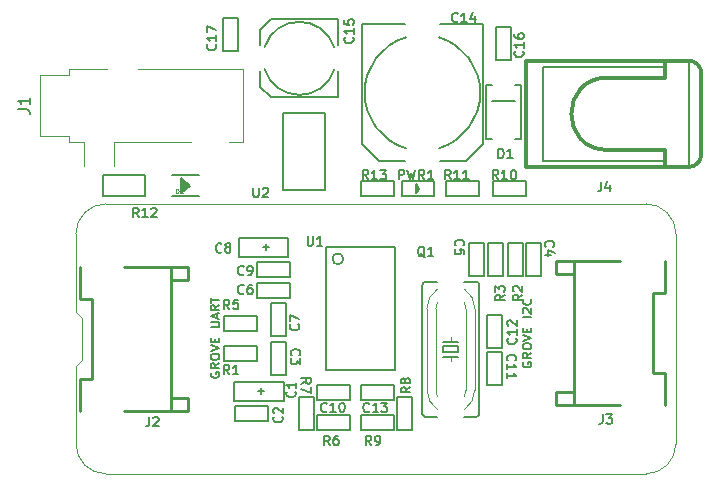
<source format=gto>
G04 #@! TF.GenerationSoftware,KiCad,Pcbnew,(2018-02-15 revision 29b28de31)-makepkg*
G04 #@! TF.CreationDate,2019-09-05T06:32:13+03:00*
G04 #@! TF.ProjectId,ATM90E26_Featherwing,41544D39304532365F46656174686572,rev?*
G04 #@! TF.SameCoordinates,Original*
G04 #@! TF.FileFunction,Legend,Top*
G04 #@! TF.FilePolarity,Positive*
%FSLAX46Y46*%
G04 Gerber Fmt 4.6, Leading zero omitted, Abs format (unit mm)*
G04 Created by KiCad (PCBNEW (2018-02-15 revision 29b28de31)-makepkg) date 09/05/19 06:32:13*
%MOMM*%
%LPD*%
G01*
G04 APERTURE LIST*
%ADD10C,0.160000*%
%ADD11C,0.120000*%
%ADD12C,0.127000*%
%ADD13C,0.152400*%
%ADD14C,0.203200*%
%ADD15C,0.254000*%
%ADD16C,0.050800*%
%ADD17C,0.100000*%
%ADD18C,0.304800*%
%ADD19C,0.150000*%
%ADD20C,0.200000*%
%ADD21C,0.036195*%
G04 APERTURE END LIST*
D10*
X134883524Y-116131552D02*
X134847333Y-116203933D01*
X134847333Y-116312504D01*
X134883524Y-116421076D01*
X134955904Y-116493457D01*
X135028285Y-116529647D01*
X135173047Y-116565838D01*
X135281619Y-116565838D01*
X135426381Y-116529647D01*
X135498762Y-116493457D01*
X135571143Y-116421076D01*
X135607333Y-116312504D01*
X135607333Y-116240123D01*
X135571143Y-116131552D01*
X135534952Y-116095361D01*
X135281619Y-116095361D01*
X135281619Y-116240123D01*
X135607333Y-115335361D02*
X135245428Y-115588695D01*
X135607333Y-115769647D02*
X134847333Y-115769647D01*
X134847333Y-115480123D01*
X134883524Y-115407742D01*
X134919714Y-115371552D01*
X134992095Y-115335361D01*
X135100666Y-115335361D01*
X135173047Y-115371552D01*
X135209238Y-115407742D01*
X135245428Y-115480123D01*
X135245428Y-115769647D01*
X134847333Y-114864885D02*
X134847333Y-114720123D01*
X134883524Y-114647742D01*
X134955904Y-114575361D01*
X135100666Y-114539171D01*
X135354000Y-114539171D01*
X135498762Y-114575361D01*
X135571143Y-114647742D01*
X135607333Y-114720123D01*
X135607333Y-114864885D01*
X135571143Y-114937266D01*
X135498762Y-115009647D01*
X135354000Y-115045838D01*
X135100666Y-115045838D01*
X134955904Y-115009647D01*
X134883524Y-114937266D01*
X134847333Y-114864885D01*
X134847333Y-114322028D02*
X135607333Y-114068695D01*
X134847333Y-113815361D01*
X135209238Y-113562028D02*
X135209238Y-113308695D01*
X135607333Y-113200123D02*
X135607333Y-113562028D01*
X134847333Y-113562028D01*
X134847333Y-113200123D01*
X134847333Y-112295361D02*
X135462571Y-112295361D01*
X135534952Y-112259171D01*
X135571143Y-112222980D01*
X135607333Y-112150600D01*
X135607333Y-112005838D01*
X135571143Y-111933457D01*
X135534952Y-111897266D01*
X135462571Y-111861076D01*
X134847333Y-111861076D01*
X135390190Y-111535361D02*
X135390190Y-111173457D01*
X135607333Y-111607742D02*
X134847333Y-111354409D01*
X135607333Y-111101076D01*
X135607333Y-110413457D02*
X135245428Y-110666790D01*
X135607333Y-110847742D02*
X134847333Y-110847742D01*
X134847333Y-110558219D01*
X134883524Y-110485838D01*
X134919714Y-110449647D01*
X134992095Y-110413457D01*
X135100666Y-110413457D01*
X135173047Y-110449647D01*
X135209238Y-110485838D01*
X135245428Y-110558219D01*
X135245428Y-110847742D01*
X134847333Y-110196314D02*
X134847333Y-109762028D01*
X135607333Y-109979171D02*
X134847333Y-109979171D01*
X161299524Y-115242552D02*
X161263333Y-115314933D01*
X161263333Y-115423504D01*
X161299524Y-115532076D01*
X161371904Y-115604457D01*
X161444285Y-115640647D01*
X161589047Y-115676838D01*
X161697619Y-115676838D01*
X161842381Y-115640647D01*
X161914762Y-115604457D01*
X161987143Y-115532076D01*
X162023333Y-115423504D01*
X162023333Y-115351123D01*
X161987143Y-115242552D01*
X161950952Y-115206361D01*
X161697619Y-115206361D01*
X161697619Y-115351123D01*
X162023333Y-114446361D02*
X161661428Y-114699695D01*
X162023333Y-114880647D02*
X161263333Y-114880647D01*
X161263333Y-114591123D01*
X161299524Y-114518742D01*
X161335714Y-114482552D01*
X161408095Y-114446361D01*
X161516666Y-114446361D01*
X161589047Y-114482552D01*
X161625238Y-114518742D01*
X161661428Y-114591123D01*
X161661428Y-114880647D01*
X161263333Y-113975885D02*
X161263333Y-113831123D01*
X161299524Y-113758742D01*
X161371904Y-113686361D01*
X161516666Y-113650171D01*
X161770000Y-113650171D01*
X161914762Y-113686361D01*
X161987143Y-113758742D01*
X162023333Y-113831123D01*
X162023333Y-113975885D01*
X161987143Y-114048266D01*
X161914762Y-114120647D01*
X161770000Y-114156838D01*
X161516666Y-114156838D01*
X161371904Y-114120647D01*
X161299524Y-114048266D01*
X161263333Y-113975885D01*
X161263333Y-113433028D02*
X162023333Y-113179695D01*
X161263333Y-112926361D01*
X161625238Y-112673028D02*
X161625238Y-112419695D01*
X162023333Y-112311123D02*
X162023333Y-112673028D01*
X161263333Y-112673028D01*
X161263333Y-112311123D01*
X162023333Y-111406361D02*
X161263333Y-111406361D01*
X161335714Y-111080647D02*
X161299524Y-111044457D01*
X161263333Y-110972076D01*
X161263333Y-110791123D01*
X161299524Y-110718742D01*
X161335714Y-110682552D01*
X161408095Y-110646361D01*
X161480476Y-110646361D01*
X161589047Y-110682552D01*
X162023333Y-111116838D01*
X162023333Y-110646361D01*
X161950952Y-109886361D02*
X161987143Y-109922552D01*
X162023333Y-110031123D01*
X162023333Y-110103504D01*
X161987143Y-110212076D01*
X161914762Y-110284457D01*
X161842381Y-110320647D01*
X161697619Y-110356838D01*
X161589047Y-110356838D01*
X161444285Y-110320647D01*
X161371904Y-110284457D01*
X161299524Y-110212076D01*
X161263333Y-110103504D01*
X161263333Y-110031123D01*
X161299524Y-109922552D01*
X161335714Y-109886361D01*
D11*
X124100000Y-96600000D02*
X122900000Y-96600000D01*
X122900000Y-96600000D02*
X122900000Y-96100000D01*
X122900000Y-96100000D02*
X120400000Y-96100000D01*
X120400000Y-96100000D02*
X120400000Y-90900000D01*
X120400000Y-90900000D02*
X122900000Y-90900000D01*
X122900000Y-90900000D02*
X122900000Y-90400000D01*
X122900000Y-90400000D02*
X126100000Y-90400000D01*
X128700000Y-90400000D02*
X137600000Y-90400000D01*
X137600000Y-90400000D02*
X137600000Y-96600000D01*
X137600000Y-96600000D02*
X136400000Y-96600000D01*
X133200000Y-96600000D02*
X126700000Y-96600000D01*
X124100000Y-96600000D02*
X124100000Y-98600000D01*
X126700000Y-96600000D02*
X126700000Y-98600000D01*
D12*
X139962000Y-113005000D02*
X139962000Y-110211000D01*
X139962000Y-110211000D02*
X141232000Y-110211000D01*
X141232000Y-110211000D02*
X141232000Y-113005000D01*
X141232000Y-113005000D02*
X139962000Y-113005000D01*
X131580000Y-99416000D02*
X133866000Y-99416000D01*
X133866000Y-101194000D02*
X131580000Y-101194000D01*
X133104000Y-100305000D02*
X132342000Y-100940000D01*
X132342000Y-100940000D02*
X132342000Y-100813000D01*
X132342000Y-100813000D02*
X132342000Y-100686000D01*
X132342000Y-100686000D02*
X132342000Y-99670000D01*
X132342000Y-99670000D02*
X133104000Y-100305000D01*
X133104000Y-100305000D02*
X132342000Y-100813000D01*
X132342000Y-100813000D02*
X132469000Y-99797000D01*
X132469000Y-99797000D02*
X132977000Y-100305000D01*
X132977000Y-100305000D02*
X132342000Y-100686000D01*
X132342000Y-100686000D02*
X132469000Y-99924000D01*
X132469000Y-99924000D02*
X132850000Y-100305000D01*
X132850000Y-100305000D02*
X132469000Y-100559000D01*
X132469000Y-100559000D02*
X132469000Y-100432000D01*
X132469000Y-100432000D02*
X132469000Y-100051000D01*
X132469000Y-100051000D02*
X132596000Y-100178000D01*
X132596000Y-100178000D02*
X132723000Y-100305000D01*
X132723000Y-100305000D02*
X132469000Y-100432000D01*
X132469000Y-100432000D02*
X132596000Y-100178000D01*
X132596000Y-100178000D02*
X132596000Y-100305000D01*
X159520000Y-117196000D02*
X158250000Y-117196000D01*
X159520000Y-114402000D02*
X159520000Y-117196000D01*
X158250000Y-114402000D02*
X159520000Y-114402000D01*
X158250000Y-117196000D02*
X158250000Y-114402000D01*
X158250000Y-111227000D02*
X159520000Y-111227000D01*
X158250000Y-114021000D02*
X158250000Y-111227000D01*
X159520000Y-114021000D02*
X158250000Y-114021000D01*
X159520000Y-111227000D02*
X159520000Y-114021000D01*
X162822000Y-107925000D02*
X161552000Y-107925000D01*
X162822000Y-105131000D02*
X162822000Y-107925000D01*
X161552000Y-105131000D02*
X162822000Y-105131000D01*
X161552000Y-107925000D02*
X161552000Y-105131000D01*
X157996000Y-107925000D02*
X156726000Y-107925000D01*
X157996000Y-105131000D02*
X157996000Y-107925000D01*
X156726000Y-105131000D02*
X157996000Y-105131000D01*
X156726000Y-107925000D02*
X156726000Y-105131000D01*
X138819000Y-109830000D02*
X138819000Y-108560000D01*
X141613000Y-109830000D02*
X138819000Y-109830000D01*
X141613000Y-108560000D02*
X141613000Y-109830000D01*
X138819000Y-108560000D02*
X141613000Y-108560000D01*
X141613000Y-106782000D02*
X141613000Y-108052000D01*
X138819000Y-106782000D02*
X141613000Y-106782000D01*
X138819000Y-108052000D02*
X138819000Y-106782000D01*
X141613000Y-108052000D02*
X138819000Y-108052000D01*
X136914000Y-120244000D02*
X136914000Y-118974000D01*
X139708000Y-120244000D02*
X136914000Y-120244000D01*
X139708000Y-118974000D02*
X139708000Y-120244000D01*
X136914000Y-118974000D02*
X139708000Y-118974000D01*
X147556000Y-118415000D02*
X147556000Y-117145000D01*
X150350000Y-118415000D02*
X147556000Y-118415000D01*
X150350000Y-117145000D02*
X150350000Y-118415000D01*
X147556000Y-117145000D02*
X150350000Y-117145000D01*
X143899000Y-118415000D02*
X143899000Y-117145000D01*
X146693000Y-118415000D02*
X143899000Y-118415000D01*
X146693000Y-117145000D02*
X146693000Y-118415000D01*
X143899000Y-117145000D02*
X146693000Y-117145000D01*
X159012000Y-86842600D02*
X160282000Y-86842600D01*
X159012000Y-89636600D02*
X159012000Y-86842600D01*
X160282000Y-89636600D02*
X159012000Y-89636600D01*
X160282000Y-86842600D02*
X160282000Y-89636600D01*
X135865000Y-86103000D02*
X137135000Y-86103000D01*
X135865000Y-88897000D02*
X135865000Y-86103000D01*
X137135000Y-88897000D02*
X135865000Y-88897000D01*
X137135000Y-86103000D02*
X137135000Y-88897000D01*
X141232000Y-116307000D02*
X139962000Y-116307000D01*
X141232000Y-113513000D02*
X141232000Y-116307000D01*
X139962000Y-113513000D02*
X141232000Y-113513000D01*
X139962000Y-116307000D02*
X139962000Y-113513000D01*
D13*
X150507000Y-105519000D02*
X150507000Y-115919000D01*
X150507000Y-115919000D02*
X144657000Y-115919000D01*
X144657000Y-115919000D02*
X144657000Y-105519000D01*
X144657000Y-105519000D02*
X150507000Y-105519000D01*
X146091600Y-106494000D02*
G75*
G03X146091600Y-106494000I-459600J0D01*
G01*
D14*
X140954000Y-94106600D02*
X144510000Y-94106600D01*
X144510000Y-94106600D02*
X144510000Y-100660600D01*
X144510000Y-100660600D02*
X140954000Y-100660600D01*
X140954000Y-100660600D02*
X140954000Y-94106600D01*
X158647000Y-96381600D02*
X158197000Y-96381600D01*
X158197000Y-96381600D02*
X158197000Y-91781600D01*
X158197000Y-91781600D02*
X158647000Y-91781600D01*
X160647000Y-91781600D02*
X161097000Y-91781600D01*
X161097000Y-91781600D02*
X161097000Y-96381600D01*
X161097000Y-96381600D02*
X160647000Y-96381600D01*
X158647000Y-93081600D02*
X160647000Y-93081600D01*
D12*
X143645000Y-118212000D02*
X143645000Y-121006000D01*
X143645000Y-121006000D02*
X142375000Y-121006000D01*
X142375000Y-121006000D02*
X142375000Y-118212000D01*
X142375000Y-118212000D02*
X143645000Y-118212000D01*
X146693000Y-119736000D02*
X146693000Y-121006000D01*
X143899000Y-119736000D02*
X146693000Y-119736000D01*
X143899000Y-121006000D02*
X143899000Y-119736000D01*
X146693000Y-121006000D02*
X143899000Y-121006000D01*
X138819000Y-115164000D02*
X136025000Y-115164000D01*
X136025000Y-115164000D02*
X136025000Y-113894000D01*
X136025000Y-113894000D02*
X138819000Y-113894000D01*
X138819000Y-113894000D02*
X138819000Y-115164000D01*
X161298000Y-107925000D02*
X160028000Y-107925000D01*
X161298000Y-105131000D02*
X161298000Y-107925000D01*
X160028000Y-105131000D02*
X161298000Y-105131000D01*
X160028000Y-107925000D02*
X160028000Y-105131000D01*
X158377000Y-107925000D02*
X158377000Y-105131000D01*
X158377000Y-105131000D02*
X159647000Y-105131000D01*
X159647000Y-105131000D02*
X159647000Y-107925000D01*
X159647000Y-107925000D02*
X158377000Y-107925000D01*
X138819000Y-111354000D02*
X138819000Y-112624000D01*
X136025000Y-111354000D02*
X138819000Y-111354000D01*
X136025000Y-112624000D02*
X136025000Y-111354000D01*
X138819000Y-112624000D02*
X136025000Y-112624000D01*
X150630000Y-121006000D02*
X150630000Y-118212000D01*
X150630000Y-118212000D02*
X151900000Y-118212000D01*
X151900000Y-118212000D02*
X151900000Y-121006000D01*
X151900000Y-121006000D02*
X150630000Y-121006000D01*
X147556000Y-121006000D02*
X147556000Y-119736000D01*
X150350000Y-121006000D02*
X147556000Y-121006000D01*
X150350000Y-119736000D02*
X150350000Y-121006000D01*
X147556000Y-119736000D02*
X150350000Y-119736000D01*
X161552000Y-101194000D02*
X158758000Y-101194000D01*
X158758000Y-101194000D02*
X158758000Y-99924000D01*
X158758000Y-99924000D02*
X161552000Y-99924000D01*
X161552000Y-99924000D02*
X161552000Y-101194000D01*
X157615000Y-99924000D02*
X157615000Y-101194000D01*
X154821000Y-99924000D02*
X157615000Y-99924000D01*
X154821000Y-101194000D02*
X154821000Y-99924000D01*
X157615000Y-101194000D02*
X154821000Y-101194000D01*
X147603000Y-99924000D02*
X150397000Y-99924000D01*
X150397000Y-99924000D02*
X150397000Y-101194000D01*
X150397000Y-101194000D02*
X147603000Y-101194000D01*
X147603000Y-101194000D02*
X147603000Y-99924000D01*
X151074500Y-99924000D02*
X153741500Y-99924000D01*
X153741500Y-99924000D02*
X153741500Y-101194000D01*
X153741500Y-101194000D02*
X151074500Y-101194000D01*
X151074500Y-101194000D02*
X151074500Y-99924000D01*
X152281000Y-100178000D02*
X152281000Y-100940000D01*
X152281000Y-100940000D02*
X152408000Y-100749500D01*
X152408000Y-100749500D02*
X152535000Y-100559000D01*
X152535000Y-100559000D02*
X152408000Y-100368500D01*
X152408000Y-100368500D02*
X152281000Y-100178000D01*
X152344500Y-100305000D02*
X152344500Y-100813000D01*
X152408000Y-100368500D02*
X152408000Y-100749500D01*
D15*
X165592000Y-106651000D02*
X165592000Y-107751000D01*
X165592000Y-117751000D02*
X165592000Y-118851000D01*
X173292000Y-106651000D02*
X173292000Y-109351000D01*
X173292000Y-116151000D02*
X173292000Y-118851000D01*
X165592000Y-106651000D02*
X164092000Y-106651000D01*
X164092000Y-106651000D02*
X164092000Y-107751000D01*
X164092000Y-107751000D02*
X165592000Y-107751000D01*
X165592000Y-107751000D02*
X165592000Y-117751000D01*
X165592000Y-117751000D02*
X164092000Y-117751000D01*
X164092000Y-117751000D02*
X164092000Y-118851000D01*
X164092000Y-118851000D02*
X165592000Y-118851000D01*
X165592000Y-106651000D02*
X169557000Y-106651000D01*
X165592000Y-118851000D02*
X169557000Y-118851000D01*
X173292000Y-109351000D02*
X172292000Y-109351000D01*
X172292000Y-109351000D02*
X172292000Y-116151000D01*
X172292000Y-116151000D02*
X173292000Y-116151000D01*
X124777000Y-109859000D02*
X123777000Y-109859000D01*
X124777000Y-116659000D02*
X124777000Y-109859000D01*
X123777000Y-116659000D02*
X124777000Y-116659000D01*
X131477000Y-107159000D02*
X127512000Y-107159000D01*
X131477000Y-119359000D02*
X127512000Y-119359000D01*
X132977000Y-107159000D02*
X131477000Y-107159000D01*
X132977000Y-108259000D02*
X132977000Y-107159000D01*
X131477000Y-108259000D02*
X132977000Y-108259000D01*
X131477000Y-118259000D02*
X131477000Y-108259000D01*
X132977000Y-118259000D02*
X131477000Y-118259000D01*
X132977000Y-119359000D02*
X132977000Y-118259000D01*
X131477000Y-119359000D02*
X132977000Y-119359000D01*
X123777000Y-109859000D02*
X123777000Y-107159000D01*
X123777000Y-119359000D02*
X123777000Y-116659000D01*
X131477000Y-108259000D02*
X131477000Y-107159000D01*
X131477000Y-119359000D02*
X131477000Y-118259000D01*
D16*
X153169899Y-117577000D02*
G75*
G03X154059000Y-119257100I2032101J74D01*
G01*
D13*
X154059000Y-119863000D02*
X153043000Y-119863000D01*
D16*
X154059001Y-109038900D02*
G75*
G03X153170000Y-110719000I1142999J-1680053D01*
G01*
D13*
X154059000Y-108433000D02*
X153043000Y-108433000D01*
D16*
X156472000Y-110719000D02*
X156472000Y-117577000D01*
X157234000Y-110719000D02*
X157234000Y-117577000D01*
X153932000Y-117577000D02*
X153932000Y-110719000D01*
D13*
X157615000Y-108687000D02*
X157615000Y-119609000D01*
X157361000Y-108433000D02*
G75*
G02X157615000Y-108687000I0J-254000D01*
G01*
X157361000Y-108433000D02*
X156345000Y-108433000D01*
D16*
X156345000Y-110165400D02*
G75*
G02X156472000Y-110719000I-1143000J-553581D01*
G01*
X154059000Y-110165400D02*
G75*
G03X153932000Y-110719000I1143000J-553581D01*
G01*
X156344899Y-109039000D02*
G75*
G02X157234000Y-110719000I-1142899J-1680121D01*
G01*
X157234001Y-117577000D02*
G75*
G02X156345000Y-119257100I-2032001J-47D01*
G01*
X156472000Y-117577000D02*
G75*
G02X156345000Y-118130600I-1270000J-19D01*
G01*
X153932000Y-117577000D02*
G75*
G03X154059000Y-118130600I1270000J-19D01*
G01*
D13*
X157361000Y-119863000D02*
X156345000Y-119863000D01*
X157615000Y-119609000D02*
G75*
G02X157361000Y-119863000I-254000J0D01*
G01*
D16*
X153170000Y-117577000D02*
X153170000Y-110719000D01*
D13*
X152789000Y-108687000D02*
X152789000Y-119609000D01*
X153043000Y-108433000D02*
G75*
G03X152789000Y-108687000I0J-254000D01*
G01*
X152789000Y-119609000D02*
G75*
G03X153043000Y-119863000I254000J0D01*
G01*
X154567000Y-114402000D02*
X155837000Y-114402000D01*
X155837000Y-114402000D02*
X155837000Y-113894000D01*
X155837000Y-113894000D02*
X154567000Y-113894000D01*
X154567000Y-113894000D02*
X154567000Y-114402000D01*
X154567000Y-114783000D02*
X155202000Y-114783000D01*
X155202000Y-114783000D02*
X155837000Y-114783000D01*
D16*
X155202000Y-114783000D02*
X155202000Y-115164000D01*
D13*
X154567000Y-113513000D02*
X155202000Y-113513000D01*
X155202000Y-113513000D02*
X155837000Y-113513000D01*
D16*
X155202000Y-113513000D02*
X155202000Y-113132000D01*
D17*
X125992000Y-124689000D02*
X171712000Y-124689000D01*
X174252000Y-122149000D02*
G75*
G02X171712000Y-124689000I-2540000J0D01*
G01*
X174252000Y-122149000D02*
X174252000Y-104369000D01*
X171712000Y-101829000D02*
G75*
G02X174252000Y-104369000I0J-2540000D01*
G01*
X171712000Y-101829000D02*
X125992000Y-101829000D01*
X123452000Y-104369000D02*
G75*
G02X125992000Y-101829000I2540000J0D01*
G01*
X123452000Y-104369000D02*
X123452000Y-110973000D01*
X123452000Y-110973000D02*
X123960000Y-111481000D01*
X123960000Y-111481000D02*
X123960000Y-115037000D01*
X123960000Y-115037000D02*
X123452000Y-115545000D01*
X123452000Y-115545000D02*
X123452000Y-122149000D01*
X125992000Y-124689000D02*
G75*
G02X123452000Y-122149000I0J2540000D01*
G01*
D18*
X175347000Y-98708600D02*
X173337000Y-98708600D01*
X173337000Y-98708600D02*
X161597000Y-98708600D01*
X161597000Y-98708600D02*
X161597000Y-89708600D01*
X161597000Y-89708600D02*
X173337000Y-89708600D01*
X173337000Y-89708600D02*
X175347000Y-89708600D01*
D14*
X173337000Y-98208600D02*
X162997000Y-98208600D01*
X162997000Y-98208600D02*
X162997000Y-90208600D01*
X162997000Y-90208600D02*
X173337000Y-90208600D01*
D18*
X173337000Y-98708600D02*
X173337000Y-97268600D01*
X173337000Y-91148600D02*
X173337000Y-89708600D01*
X173337000Y-97268600D02*
X168457000Y-97268600D01*
X173337000Y-91148600D02*
X168457000Y-91148600D01*
X168457002Y-91148600D02*
G75*
G03X168457000Y-97268600I-1J-3060000D01*
G01*
X176397000Y-97658600D02*
X176397000Y-90758600D01*
X175347000Y-98708600D02*
G75*
G03X176397000Y-97658600I0J1050000D01*
G01*
X175347000Y-89708600D02*
G75*
G02X176397000Y-90758600I0J-1050000D01*
G01*
D14*
X175347000Y-98708600D02*
X175347000Y-89708600D01*
D12*
X141041500Y-118529500D02*
X136850500Y-118529500D01*
X136850500Y-118529500D02*
X136850500Y-116878500D01*
X136850500Y-116878500D02*
X141041500Y-116878500D01*
X141041500Y-116878500D02*
X141041500Y-118529500D01*
X139390500Y-117704000D02*
X138882500Y-117704000D01*
X139136500Y-117450000D02*
X139136500Y-117958000D01*
X139517500Y-105258000D02*
X139517500Y-105766000D01*
X139771500Y-105512000D02*
X139263500Y-105512000D01*
X141422500Y-104686500D02*
X141422500Y-106337500D01*
X137231500Y-104686500D02*
X141422500Y-104686500D01*
X137231500Y-106337500D02*
X137231500Y-104686500D01*
X141422500Y-106337500D02*
X137231500Y-106337500D01*
D14*
X139975000Y-86209600D02*
X145675000Y-86209600D01*
X145675000Y-86209600D02*
X145675000Y-88409600D01*
X145675000Y-90609600D02*
X145675000Y-92809600D01*
X145675000Y-92809600D02*
X139975000Y-92809600D01*
X139075000Y-91909600D02*
X139075000Y-90609600D01*
X139075000Y-88409600D02*
X139075000Y-87109600D01*
X139075000Y-87109600D02*
X139975000Y-86209600D01*
X139975000Y-92809600D02*
X139075000Y-91909600D01*
X139425002Y-88559601D02*
G75*
G02X145325000Y-88609600I2942160J-949999D01*
G01*
X139424998Y-90409601D02*
G75*
G03X145325000Y-90459600I2957840J900001D01*
G01*
X157939000Y-86630600D02*
X157939000Y-96780600D01*
X156489000Y-98230600D02*
X154239000Y-98230600D01*
X151339000Y-98230600D02*
X149089000Y-98230600D01*
X147639000Y-96780600D02*
X147639000Y-86630600D01*
X147639000Y-86630600D02*
X151339000Y-86630600D01*
X154239000Y-86630600D02*
X157939000Y-86630600D01*
X156489000Y-98230600D02*
X157939000Y-96780600D01*
X149089000Y-98230600D02*
X147639000Y-96780600D01*
X151389000Y-97130600D02*
G75*
G02X151389000Y-87730600I1400000J4700000D01*
G01*
X154189000Y-97130600D02*
G75*
G03X154189000Y-87730600I-1400000J4700000D01*
G01*
D12*
X129316000Y-99405000D02*
X129316000Y-101205000D01*
X129316000Y-101205000D02*
X125716000Y-101205000D01*
X125716000Y-101205000D02*
X125716000Y-99405000D01*
X125716000Y-99405000D02*
X129316000Y-99405000D01*
D19*
X118552380Y-93833333D02*
X119266666Y-93833333D01*
X119409523Y-93880952D01*
X119504761Y-93976190D01*
X119552380Y-94119047D01*
X119552380Y-94214285D01*
X119552380Y-92833333D02*
X119552380Y-93404761D01*
X119552380Y-93119047D02*
X118552380Y-93119047D01*
X118695238Y-93214285D01*
X118790476Y-93309523D01*
X118838095Y-93404761D01*
D20*
X142285714Y-112044285D02*
X142323809Y-112082380D01*
X142361904Y-112196666D01*
X142361904Y-112272857D01*
X142323809Y-112387142D01*
X142247619Y-112463333D01*
X142171428Y-112501428D01*
X142019047Y-112539523D01*
X141904761Y-112539523D01*
X141752380Y-112501428D01*
X141676190Y-112463333D01*
X141600000Y-112387142D01*
X141561904Y-112272857D01*
X141561904Y-112196666D01*
X141600000Y-112082380D01*
X141638095Y-112044285D01*
X141561904Y-111777619D02*
X141561904Y-111244285D01*
X142361904Y-111587142D01*
D21*
X131943705Y-100922764D02*
X131943705Y-100560814D01*
X132029883Y-100560814D01*
X132081591Y-100578050D01*
X132116062Y-100612521D01*
X132133298Y-100646992D01*
X132150533Y-100715935D01*
X132150533Y-100767642D01*
X132133298Y-100836585D01*
X132116062Y-100871057D01*
X132081591Y-100905528D01*
X132029883Y-100922764D01*
X131943705Y-100922764D01*
X132288419Y-100595285D02*
X132305655Y-100578050D01*
X132340126Y-100560814D01*
X132426305Y-100560814D01*
X132460776Y-100578050D01*
X132478012Y-100595285D01*
X132495248Y-100629757D01*
X132495248Y-100664228D01*
X132478012Y-100715935D01*
X132271183Y-100922764D01*
X132495248Y-100922764D01*
D20*
X160014285Y-115093809D02*
X159976190Y-115055714D01*
X159938095Y-114941428D01*
X159938095Y-114865238D01*
X159976190Y-114750952D01*
X160052380Y-114674761D01*
X160128571Y-114636666D01*
X160280952Y-114598571D01*
X160395238Y-114598571D01*
X160547619Y-114636666D01*
X160623809Y-114674761D01*
X160700000Y-114750952D01*
X160738095Y-114865238D01*
X160738095Y-114941428D01*
X160700000Y-115055714D01*
X160661904Y-115093809D01*
X159938095Y-115855714D02*
X159938095Y-115398571D01*
X159938095Y-115627142D02*
X160738095Y-115627142D01*
X160623809Y-115550952D01*
X160547619Y-115474761D01*
X160509523Y-115398571D01*
X159938095Y-116617619D02*
X159938095Y-116160476D01*
X159938095Y-116389047D02*
X160738095Y-116389047D01*
X160623809Y-116312857D01*
X160547619Y-116236666D01*
X160509523Y-116160476D01*
X160685714Y-113206190D02*
X160723809Y-113244285D01*
X160761904Y-113358571D01*
X160761904Y-113434761D01*
X160723809Y-113549047D01*
X160647619Y-113625238D01*
X160571428Y-113663333D01*
X160419047Y-113701428D01*
X160304761Y-113701428D01*
X160152380Y-113663333D01*
X160076190Y-113625238D01*
X160000000Y-113549047D01*
X159961904Y-113434761D01*
X159961904Y-113358571D01*
X160000000Y-113244285D01*
X160038095Y-113206190D01*
X160761904Y-112444285D02*
X160761904Y-112901428D01*
X160761904Y-112672857D02*
X159961904Y-112672857D01*
X160076190Y-112749047D01*
X160152380Y-112825238D01*
X160190476Y-112901428D01*
X160038095Y-112139523D02*
X160000000Y-112101428D01*
X159961904Y-112025238D01*
X159961904Y-111834761D01*
X160000000Y-111758571D01*
X160038095Y-111720476D01*
X160114285Y-111682380D01*
X160190476Y-111682380D01*
X160304761Y-111720476D01*
X160761904Y-112177619D01*
X160761904Y-111682380D01*
X163214285Y-105455714D02*
X163176190Y-105417619D01*
X163138095Y-105303333D01*
X163138095Y-105227142D01*
X163176190Y-105112857D01*
X163252380Y-105036666D01*
X163328571Y-104998571D01*
X163480952Y-104960476D01*
X163595238Y-104960476D01*
X163747619Y-104998571D01*
X163823809Y-105036666D01*
X163900000Y-105112857D01*
X163938095Y-105227142D01*
X163938095Y-105303333D01*
X163900000Y-105417619D01*
X163861904Y-105455714D01*
X163671428Y-106141428D02*
X163138095Y-106141428D01*
X163976190Y-105950952D02*
X163404761Y-105760476D01*
X163404761Y-106255714D01*
X155614285Y-105355714D02*
X155576190Y-105317619D01*
X155538095Y-105203333D01*
X155538095Y-105127142D01*
X155576190Y-105012857D01*
X155652380Y-104936666D01*
X155728571Y-104898571D01*
X155880952Y-104860476D01*
X155995238Y-104860476D01*
X156147619Y-104898571D01*
X156223809Y-104936666D01*
X156300000Y-105012857D01*
X156338095Y-105127142D01*
X156338095Y-105203333D01*
X156300000Y-105317619D01*
X156261904Y-105355714D01*
X156338095Y-106079523D02*
X156338095Y-105698571D01*
X155957142Y-105660476D01*
X155995238Y-105698571D01*
X156033333Y-105774761D01*
X156033333Y-105965238D01*
X155995238Y-106041428D01*
X155957142Y-106079523D01*
X155880952Y-106117619D01*
X155690476Y-106117619D01*
X155614285Y-106079523D01*
X155576190Y-106041428D01*
X155538095Y-105965238D01*
X155538095Y-105774761D01*
X155576190Y-105698571D01*
X155614285Y-105660476D01*
X137655714Y-109385714D02*
X137617619Y-109423809D01*
X137503333Y-109461904D01*
X137427142Y-109461904D01*
X137312857Y-109423809D01*
X137236666Y-109347619D01*
X137198571Y-109271428D01*
X137160476Y-109119047D01*
X137160476Y-109004761D01*
X137198571Y-108852380D01*
X137236666Y-108776190D01*
X137312857Y-108700000D01*
X137427142Y-108661904D01*
X137503333Y-108661904D01*
X137617619Y-108700000D01*
X137655714Y-108738095D01*
X138341428Y-108661904D02*
X138189047Y-108661904D01*
X138112857Y-108700000D01*
X138074761Y-108738095D01*
X137998571Y-108852380D01*
X137960476Y-109004761D01*
X137960476Y-109309523D01*
X137998571Y-109385714D01*
X138036666Y-109423809D01*
X138112857Y-109461904D01*
X138265238Y-109461904D01*
X138341428Y-109423809D01*
X138379523Y-109385714D01*
X138417619Y-109309523D01*
X138417619Y-109119047D01*
X138379523Y-109042857D01*
X138341428Y-109004761D01*
X138265238Y-108966666D01*
X138112857Y-108966666D01*
X138036666Y-109004761D01*
X137998571Y-109042857D01*
X137960476Y-109119047D01*
X137655714Y-107785714D02*
X137617619Y-107823809D01*
X137503333Y-107861904D01*
X137427142Y-107861904D01*
X137312857Y-107823809D01*
X137236666Y-107747619D01*
X137198571Y-107671428D01*
X137160476Y-107519047D01*
X137160476Y-107404761D01*
X137198571Y-107252380D01*
X137236666Y-107176190D01*
X137312857Y-107100000D01*
X137427142Y-107061904D01*
X137503333Y-107061904D01*
X137617619Y-107100000D01*
X137655714Y-107138095D01*
X138036666Y-107861904D02*
X138189047Y-107861904D01*
X138265238Y-107823809D01*
X138303333Y-107785714D01*
X138379523Y-107671428D01*
X138417619Y-107519047D01*
X138417619Y-107214285D01*
X138379523Y-107138095D01*
X138341428Y-107100000D01*
X138265238Y-107061904D01*
X138112857Y-107061904D01*
X138036666Y-107100000D01*
X137998571Y-107138095D01*
X137960476Y-107214285D01*
X137960476Y-107404761D01*
X137998571Y-107480952D01*
X138036666Y-107519047D01*
X138112857Y-107557142D01*
X138265238Y-107557142D01*
X138341428Y-107519047D01*
X138379523Y-107480952D01*
X138417619Y-107404761D01*
X140885714Y-119844285D02*
X140923809Y-119882380D01*
X140961904Y-119996666D01*
X140961904Y-120072857D01*
X140923809Y-120187142D01*
X140847619Y-120263333D01*
X140771428Y-120301428D01*
X140619047Y-120339523D01*
X140504761Y-120339523D01*
X140352380Y-120301428D01*
X140276190Y-120263333D01*
X140200000Y-120187142D01*
X140161904Y-120072857D01*
X140161904Y-119996666D01*
X140200000Y-119882380D01*
X140238095Y-119844285D01*
X140238095Y-119539523D02*
X140200000Y-119501428D01*
X140161904Y-119425238D01*
X140161904Y-119234761D01*
X140200000Y-119158571D01*
X140238095Y-119120476D01*
X140314285Y-119082380D01*
X140390476Y-119082380D01*
X140504761Y-119120476D01*
X140961904Y-119577619D01*
X140961904Y-119082380D01*
X148293809Y-119385714D02*
X148255714Y-119423809D01*
X148141428Y-119461904D01*
X148065238Y-119461904D01*
X147950952Y-119423809D01*
X147874761Y-119347619D01*
X147836666Y-119271428D01*
X147798571Y-119119047D01*
X147798571Y-119004761D01*
X147836666Y-118852380D01*
X147874761Y-118776190D01*
X147950952Y-118700000D01*
X148065238Y-118661904D01*
X148141428Y-118661904D01*
X148255714Y-118700000D01*
X148293809Y-118738095D01*
X149055714Y-119461904D02*
X148598571Y-119461904D01*
X148827142Y-119461904D02*
X148827142Y-118661904D01*
X148750952Y-118776190D01*
X148674761Y-118852380D01*
X148598571Y-118890476D01*
X149322380Y-118661904D02*
X149817619Y-118661904D01*
X149550952Y-118966666D01*
X149665238Y-118966666D01*
X149741428Y-119004761D01*
X149779523Y-119042857D01*
X149817619Y-119119047D01*
X149817619Y-119309523D01*
X149779523Y-119385714D01*
X149741428Y-119423809D01*
X149665238Y-119461904D01*
X149436666Y-119461904D01*
X149360476Y-119423809D01*
X149322380Y-119385714D01*
X144693809Y-119385714D02*
X144655714Y-119423809D01*
X144541428Y-119461904D01*
X144465238Y-119461904D01*
X144350952Y-119423809D01*
X144274761Y-119347619D01*
X144236666Y-119271428D01*
X144198571Y-119119047D01*
X144198571Y-119004761D01*
X144236666Y-118852380D01*
X144274761Y-118776190D01*
X144350952Y-118700000D01*
X144465238Y-118661904D01*
X144541428Y-118661904D01*
X144655714Y-118700000D01*
X144693809Y-118738095D01*
X145455714Y-119461904D02*
X144998571Y-119461904D01*
X145227142Y-119461904D02*
X145227142Y-118661904D01*
X145150952Y-118776190D01*
X145074761Y-118852380D01*
X144998571Y-118890476D01*
X145950952Y-118661904D02*
X146027142Y-118661904D01*
X146103333Y-118700000D01*
X146141428Y-118738095D01*
X146179523Y-118814285D01*
X146217619Y-118966666D01*
X146217619Y-119157142D01*
X146179523Y-119309523D01*
X146141428Y-119385714D01*
X146103333Y-119423809D01*
X146027142Y-119461904D01*
X145950952Y-119461904D01*
X145874761Y-119423809D01*
X145836666Y-119385714D01*
X145798571Y-119309523D01*
X145760476Y-119157142D01*
X145760476Y-118966666D01*
X145798571Y-118814285D01*
X145836666Y-118738095D01*
X145874761Y-118700000D01*
X145950952Y-118661904D01*
X161285714Y-88906190D02*
X161323809Y-88944285D01*
X161361904Y-89058571D01*
X161361904Y-89134761D01*
X161323809Y-89249047D01*
X161247619Y-89325238D01*
X161171428Y-89363333D01*
X161019047Y-89401428D01*
X160904761Y-89401428D01*
X160752380Y-89363333D01*
X160676190Y-89325238D01*
X160600000Y-89249047D01*
X160561904Y-89134761D01*
X160561904Y-89058571D01*
X160600000Y-88944285D01*
X160638095Y-88906190D01*
X161361904Y-88144285D02*
X161361904Y-88601428D01*
X161361904Y-88372857D02*
X160561904Y-88372857D01*
X160676190Y-88449047D01*
X160752380Y-88525238D01*
X160790476Y-88601428D01*
X160561904Y-87458571D02*
X160561904Y-87610952D01*
X160600000Y-87687142D01*
X160638095Y-87725238D01*
X160752380Y-87801428D01*
X160904761Y-87839523D01*
X161209523Y-87839523D01*
X161285714Y-87801428D01*
X161323809Y-87763333D01*
X161361904Y-87687142D01*
X161361904Y-87534761D01*
X161323809Y-87458571D01*
X161285714Y-87420476D01*
X161209523Y-87382380D01*
X161019047Y-87382380D01*
X160942857Y-87420476D01*
X160904761Y-87458571D01*
X160866666Y-87534761D01*
X160866666Y-87687142D01*
X160904761Y-87763333D01*
X160942857Y-87801428D01*
X161019047Y-87839523D01*
X135271714Y-88306190D02*
X135309809Y-88344285D01*
X135347904Y-88458571D01*
X135347904Y-88534761D01*
X135309809Y-88649047D01*
X135233619Y-88725238D01*
X135157428Y-88763333D01*
X135005047Y-88801428D01*
X134890761Y-88801428D01*
X134738380Y-88763333D01*
X134662190Y-88725238D01*
X134586000Y-88649047D01*
X134547904Y-88534761D01*
X134547904Y-88458571D01*
X134586000Y-88344285D01*
X134624095Y-88306190D01*
X135347904Y-87544285D02*
X135347904Y-88001428D01*
X135347904Y-87772857D02*
X134547904Y-87772857D01*
X134662190Y-87849047D01*
X134738380Y-87925238D01*
X134776476Y-88001428D01*
X134547904Y-87277619D02*
X134547904Y-86744285D01*
X135347904Y-87087142D01*
X141714285Y-114655714D02*
X141676190Y-114617619D01*
X141638095Y-114503333D01*
X141638095Y-114427142D01*
X141676190Y-114312857D01*
X141752380Y-114236666D01*
X141828571Y-114198571D01*
X141980952Y-114160476D01*
X142095238Y-114160476D01*
X142247619Y-114198571D01*
X142323809Y-114236666D01*
X142400000Y-114312857D01*
X142438095Y-114427142D01*
X142438095Y-114503333D01*
X142400000Y-114617619D01*
X142361904Y-114655714D01*
X142438095Y-114922380D02*
X142438095Y-115417619D01*
X142133333Y-115150952D01*
X142133333Y-115265238D01*
X142095238Y-115341428D01*
X142057142Y-115379523D01*
X141980952Y-115417619D01*
X141790476Y-115417619D01*
X141714285Y-115379523D01*
X141676190Y-115341428D01*
X141638095Y-115265238D01*
X141638095Y-115036666D01*
X141676190Y-114960476D01*
X141714285Y-114922380D01*
X143060476Y-104561904D02*
X143060476Y-105209523D01*
X143098571Y-105285714D01*
X143136666Y-105323809D01*
X143212857Y-105361904D01*
X143365238Y-105361904D01*
X143441428Y-105323809D01*
X143479523Y-105285714D01*
X143517619Y-105209523D01*
X143517619Y-104561904D01*
X144317619Y-105361904D02*
X143860476Y-105361904D01*
X144089047Y-105361904D02*
X144089047Y-104561904D01*
X144012857Y-104676190D01*
X143936666Y-104752380D01*
X143860476Y-104790476D01*
X138460476Y-100461904D02*
X138460476Y-101109523D01*
X138498571Y-101185714D01*
X138536666Y-101223809D01*
X138612857Y-101261904D01*
X138765238Y-101261904D01*
X138841428Y-101223809D01*
X138879523Y-101185714D01*
X138917619Y-101109523D01*
X138917619Y-100461904D01*
X139260476Y-100538095D02*
X139298571Y-100500000D01*
X139374761Y-100461904D01*
X139565238Y-100461904D01*
X139641428Y-100500000D01*
X139679523Y-100538095D01*
X139717619Y-100614285D01*
X139717619Y-100690476D01*
X139679523Y-100804761D01*
X139222380Y-101261904D01*
X139717619Y-101261904D01*
X159198571Y-97961904D02*
X159198571Y-97161904D01*
X159389047Y-97161904D01*
X159503333Y-97200000D01*
X159579523Y-97276190D01*
X159617619Y-97352380D01*
X159655714Y-97504761D01*
X159655714Y-97619047D01*
X159617619Y-97771428D01*
X159579523Y-97847619D01*
X159503333Y-97923809D01*
X159389047Y-97961904D01*
X159198571Y-97961904D01*
X160417619Y-97961904D02*
X159960476Y-97961904D01*
X160189047Y-97961904D02*
X160189047Y-97161904D01*
X160112857Y-97276190D01*
X160036666Y-97352380D01*
X159960476Y-97390476D01*
X142538095Y-117055714D02*
X142919047Y-116789047D01*
X142538095Y-116598571D02*
X143338095Y-116598571D01*
X143338095Y-116903333D01*
X143300000Y-116979523D01*
X143261904Y-117017619D01*
X143185714Y-117055714D01*
X143071428Y-117055714D01*
X142995238Y-117017619D01*
X142957142Y-116979523D01*
X142919047Y-116903333D01*
X142919047Y-116598571D01*
X143338095Y-117322380D02*
X143338095Y-117855714D01*
X142538095Y-117512857D01*
X144955714Y-122261904D02*
X144689047Y-121880952D01*
X144498571Y-122261904D02*
X144498571Y-121461904D01*
X144803333Y-121461904D01*
X144879523Y-121500000D01*
X144917619Y-121538095D01*
X144955714Y-121614285D01*
X144955714Y-121728571D01*
X144917619Y-121804761D01*
X144879523Y-121842857D01*
X144803333Y-121880952D01*
X144498571Y-121880952D01*
X145641428Y-121461904D02*
X145489047Y-121461904D01*
X145412857Y-121500000D01*
X145374761Y-121538095D01*
X145298571Y-121652380D01*
X145260476Y-121804761D01*
X145260476Y-122109523D01*
X145298571Y-122185714D01*
X145336666Y-122223809D01*
X145412857Y-122261904D01*
X145565238Y-122261904D01*
X145641428Y-122223809D01*
X145679523Y-122185714D01*
X145717619Y-122109523D01*
X145717619Y-121919047D01*
X145679523Y-121842857D01*
X145641428Y-121804761D01*
X145565238Y-121766666D01*
X145412857Y-121766666D01*
X145336666Y-121804761D01*
X145298571Y-121842857D01*
X145260476Y-121919047D01*
X136455714Y-116261904D02*
X136189047Y-115880952D01*
X135998571Y-116261904D02*
X135998571Y-115461904D01*
X136303333Y-115461904D01*
X136379523Y-115500000D01*
X136417619Y-115538095D01*
X136455714Y-115614285D01*
X136455714Y-115728571D01*
X136417619Y-115804761D01*
X136379523Y-115842857D01*
X136303333Y-115880952D01*
X135998571Y-115880952D01*
X137217619Y-116261904D02*
X136760476Y-116261904D01*
X136989047Y-116261904D02*
X136989047Y-115461904D01*
X136912857Y-115576190D01*
X136836666Y-115652380D01*
X136760476Y-115690476D01*
X161261904Y-109544285D02*
X160880952Y-109810952D01*
X161261904Y-110001428D02*
X160461904Y-110001428D01*
X160461904Y-109696666D01*
X160500000Y-109620476D01*
X160538095Y-109582380D01*
X160614285Y-109544285D01*
X160728571Y-109544285D01*
X160804761Y-109582380D01*
X160842857Y-109620476D01*
X160880952Y-109696666D01*
X160880952Y-110001428D01*
X160538095Y-109239523D02*
X160500000Y-109201428D01*
X160461904Y-109125238D01*
X160461904Y-108934761D01*
X160500000Y-108858571D01*
X160538095Y-108820476D01*
X160614285Y-108782380D01*
X160690476Y-108782380D01*
X160804761Y-108820476D01*
X161261904Y-109277619D01*
X161261904Y-108782380D01*
X159761904Y-109544285D02*
X159380952Y-109810952D01*
X159761904Y-110001428D02*
X158961904Y-110001428D01*
X158961904Y-109696666D01*
X159000000Y-109620476D01*
X159038095Y-109582380D01*
X159114285Y-109544285D01*
X159228571Y-109544285D01*
X159304761Y-109582380D01*
X159342857Y-109620476D01*
X159380952Y-109696666D01*
X159380952Y-110001428D01*
X158961904Y-109277619D02*
X158961904Y-108782380D01*
X159266666Y-109049047D01*
X159266666Y-108934761D01*
X159304761Y-108858571D01*
X159342857Y-108820476D01*
X159419047Y-108782380D01*
X159609523Y-108782380D01*
X159685714Y-108820476D01*
X159723809Y-108858571D01*
X159761904Y-108934761D01*
X159761904Y-109163333D01*
X159723809Y-109239523D01*
X159685714Y-109277619D01*
X136455714Y-110761904D02*
X136189047Y-110380952D01*
X135998571Y-110761904D02*
X135998571Y-109961904D01*
X136303333Y-109961904D01*
X136379523Y-110000000D01*
X136417619Y-110038095D01*
X136455714Y-110114285D01*
X136455714Y-110228571D01*
X136417619Y-110304761D01*
X136379523Y-110342857D01*
X136303333Y-110380952D01*
X135998571Y-110380952D01*
X137179523Y-109961904D02*
X136798571Y-109961904D01*
X136760476Y-110342857D01*
X136798571Y-110304761D01*
X136874761Y-110266666D01*
X137065238Y-110266666D01*
X137141428Y-110304761D01*
X137179523Y-110342857D01*
X137217619Y-110419047D01*
X137217619Y-110609523D01*
X137179523Y-110685714D01*
X137141428Y-110723809D01*
X137065238Y-110761904D01*
X136874761Y-110761904D01*
X136798571Y-110723809D01*
X136760476Y-110685714D01*
X151761904Y-117344285D02*
X151380952Y-117610952D01*
X151761904Y-117801428D02*
X150961904Y-117801428D01*
X150961904Y-117496666D01*
X151000000Y-117420476D01*
X151038095Y-117382380D01*
X151114285Y-117344285D01*
X151228571Y-117344285D01*
X151304761Y-117382380D01*
X151342857Y-117420476D01*
X151380952Y-117496666D01*
X151380952Y-117801428D01*
X151304761Y-116887142D02*
X151266666Y-116963333D01*
X151228571Y-117001428D01*
X151152380Y-117039523D01*
X151114285Y-117039523D01*
X151038095Y-117001428D01*
X151000000Y-116963333D01*
X150961904Y-116887142D01*
X150961904Y-116734761D01*
X151000000Y-116658571D01*
X151038095Y-116620476D01*
X151114285Y-116582380D01*
X151152380Y-116582380D01*
X151228571Y-116620476D01*
X151266666Y-116658571D01*
X151304761Y-116734761D01*
X151304761Y-116887142D01*
X151342857Y-116963333D01*
X151380952Y-117001428D01*
X151457142Y-117039523D01*
X151609523Y-117039523D01*
X151685714Y-117001428D01*
X151723809Y-116963333D01*
X151761904Y-116887142D01*
X151761904Y-116734761D01*
X151723809Y-116658571D01*
X151685714Y-116620476D01*
X151609523Y-116582380D01*
X151457142Y-116582380D01*
X151380952Y-116620476D01*
X151342857Y-116658571D01*
X151304761Y-116734761D01*
X148455714Y-122261904D02*
X148189047Y-121880952D01*
X147998571Y-122261904D02*
X147998571Y-121461904D01*
X148303333Y-121461904D01*
X148379523Y-121500000D01*
X148417619Y-121538095D01*
X148455714Y-121614285D01*
X148455714Y-121728571D01*
X148417619Y-121804761D01*
X148379523Y-121842857D01*
X148303333Y-121880952D01*
X147998571Y-121880952D01*
X148836666Y-122261904D02*
X148989047Y-122261904D01*
X149065238Y-122223809D01*
X149103333Y-122185714D01*
X149179523Y-122071428D01*
X149217619Y-121919047D01*
X149217619Y-121614285D01*
X149179523Y-121538095D01*
X149141428Y-121500000D01*
X149065238Y-121461904D01*
X148912857Y-121461904D01*
X148836666Y-121500000D01*
X148798571Y-121538095D01*
X148760476Y-121614285D01*
X148760476Y-121804761D01*
X148798571Y-121880952D01*
X148836666Y-121919047D01*
X148912857Y-121957142D01*
X149065238Y-121957142D01*
X149141428Y-121919047D01*
X149179523Y-121880952D01*
X149217619Y-121804761D01*
X159194285Y-99762304D02*
X158927618Y-99381352D01*
X158737142Y-99762304D02*
X158737142Y-98962304D01*
X159041904Y-98962304D01*
X159118095Y-99000400D01*
X159156190Y-99038495D01*
X159194285Y-99114685D01*
X159194285Y-99228971D01*
X159156190Y-99305161D01*
X159118095Y-99343257D01*
X159041904Y-99381352D01*
X158737142Y-99381352D01*
X159956190Y-99762304D02*
X159499047Y-99762304D01*
X159727618Y-99762304D02*
X159727618Y-98962304D01*
X159651428Y-99076590D01*
X159575237Y-99152780D01*
X159499047Y-99190876D01*
X160451428Y-98962304D02*
X160527618Y-98962304D01*
X160603809Y-99000400D01*
X160641904Y-99038495D01*
X160679999Y-99114685D01*
X160718095Y-99267066D01*
X160718095Y-99457542D01*
X160679999Y-99609923D01*
X160641904Y-99686114D01*
X160603809Y-99724209D01*
X160527618Y-99762304D01*
X160451428Y-99762304D01*
X160375237Y-99724209D01*
X160337142Y-99686114D01*
X160299047Y-99609923D01*
X160260952Y-99457542D01*
X160260952Y-99267066D01*
X160299047Y-99114685D01*
X160337142Y-99038495D01*
X160375237Y-99000400D01*
X160451428Y-98962304D01*
X155194285Y-99762304D02*
X154927618Y-99381352D01*
X154737142Y-99762304D02*
X154737142Y-98962304D01*
X155041904Y-98962304D01*
X155118095Y-99000400D01*
X155156190Y-99038495D01*
X155194285Y-99114685D01*
X155194285Y-99228971D01*
X155156190Y-99305161D01*
X155118095Y-99343257D01*
X155041904Y-99381352D01*
X154737142Y-99381352D01*
X155956190Y-99762304D02*
X155499047Y-99762304D01*
X155727618Y-99762304D02*
X155727618Y-98962304D01*
X155651428Y-99076590D01*
X155575237Y-99152780D01*
X155499047Y-99190876D01*
X156718095Y-99762304D02*
X156260952Y-99762304D01*
X156489523Y-99762304D02*
X156489523Y-98962304D01*
X156413333Y-99076590D01*
X156337142Y-99152780D01*
X156260952Y-99190876D01*
X148193809Y-99761904D02*
X147927142Y-99380952D01*
X147736666Y-99761904D02*
X147736666Y-98961904D01*
X148041428Y-98961904D01*
X148117619Y-99000000D01*
X148155714Y-99038095D01*
X148193809Y-99114285D01*
X148193809Y-99228571D01*
X148155714Y-99304761D01*
X148117619Y-99342857D01*
X148041428Y-99380952D01*
X147736666Y-99380952D01*
X148955714Y-99761904D02*
X148498571Y-99761904D01*
X148727142Y-99761904D02*
X148727142Y-98961904D01*
X148650952Y-99076190D01*
X148574761Y-99152380D01*
X148498571Y-99190476D01*
X149222380Y-98961904D02*
X149717619Y-98961904D01*
X149450952Y-99266666D01*
X149565238Y-99266666D01*
X149641428Y-99304761D01*
X149679523Y-99342857D01*
X149717619Y-99419047D01*
X149717619Y-99609523D01*
X149679523Y-99685714D01*
X149641428Y-99723809D01*
X149565238Y-99761904D01*
X149336666Y-99761904D01*
X149260476Y-99723809D01*
X149222380Y-99685714D01*
X150784761Y-99762304D02*
X150784761Y-98962304D01*
X151089523Y-98962304D01*
X151165714Y-99000400D01*
X151203809Y-99038495D01*
X151241904Y-99114685D01*
X151241904Y-99228971D01*
X151203809Y-99305161D01*
X151165714Y-99343257D01*
X151089523Y-99381352D01*
X150784761Y-99381352D01*
X151508571Y-98962304D02*
X151699047Y-99762304D01*
X151851428Y-99190876D01*
X152003809Y-99762304D01*
X152194285Y-98962304D01*
X152956190Y-99762304D02*
X152689523Y-99381352D01*
X152499047Y-99762304D02*
X152499047Y-98962304D01*
X152803809Y-98962304D01*
X152879999Y-99000400D01*
X152918095Y-99038495D01*
X152956190Y-99114685D01*
X152956190Y-99228971D01*
X152918095Y-99305161D01*
X152879999Y-99343257D01*
X152803809Y-99381352D01*
X152499047Y-99381352D01*
X153718095Y-99762304D02*
X153260952Y-99762304D01*
X153489523Y-99762304D02*
X153489523Y-98962304D01*
X153413333Y-99076590D01*
X153337142Y-99152780D01*
X153260952Y-99190876D01*
X168049047Y-119661904D02*
X168049047Y-120233333D01*
X168010952Y-120347619D01*
X167934761Y-120423809D01*
X167820476Y-120461904D01*
X167744285Y-120461904D01*
X168353809Y-119661904D02*
X168849047Y-119661904D01*
X168582380Y-119966666D01*
X168696666Y-119966666D01*
X168772857Y-120004761D01*
X168810952Y-120042857D01*
X168849047Y-120119047D01*
X168849047Y-120309523D01*
X168810952Y-120385714D01*
X168772857Y-120423809D01*
X168696666Y-120461904D01*
X168468095Y-120461904D01*
X168391904Y-120423809D01*
X168353809Y-120385714D01*
X129649047Y-119861904D02*
X129649047Y-120433333D01*
X129610952Y-120547619D01*
X129534761Y-120623809D01*
X129420476Y-120661904D01*
X129344285Y-120661904D01*
X129991904Y-119938095D02*
X130030000Y-119900000D01*
X130106190Y-119861904D01*
X130296666Y-119861904D01*
X130372857Y-119900000D01*
X130410952Y-119938095D01*
X130449047Y-120014285D01*
X130449047Y-120090476D01*
X130410952Y-120204761D01*
X129953809Y-120661904D01*
X130449047Y-120661904D01*
X152993809Y-106338095D02*
X152917619Y-106300000D01*
X152841428Y-106223809D01*
X152727142Y-106109523D01*
X152650952Y-106071428D01*
X152574761Y-106071428D01*
X152612857Y-106261904D02*
X152536666Y-106223809D01*
X152460476Y-106147619D01*
X152422380Y-105995238D01*
X152422380Y-105728571D01*
X152460476Y-105576190D01*
X152536666Y-105500000D01*
X152612857Y-105461904D01*
X152765238Y-105461904D01*
X152841428Y-105500000D01*
X152917619Y-105576190D01*
X152955714Y-105728571D01*
X152955714Y-105995238D01*
X152917619Y-106147619D01*
X152841428Y-106223809D01*
X152765238Y-106261904D01*
X152612857Y-106261904D01*
X153717619Y-106261904D02*
X153260476Y-106261904D01*
X153489047Y-106261904D02*
X153489047Y-105461904D01*
X153412857Y-105576190D01*
X153336666Y-105652380D01*
X153260476Y-105690476D01*
X167918095Y-99961904D02*
X167918095Y-100533333D01*
X167879999Y-100647619D01*
X167803809Y-100723809D01*
X167689523Y-100761904D01*
X167613333Y-100761904D01*
X168641904Y-100228571D02*
X168641904Y-100761904D01*
X168451428Y-99923809D02*
X168260952Y-100495238D01*
X168756190Y-100495238D01*
X141985714Y-117722380D02*
X142023809Y-117760476D01*
X142061904Y-117874761D01*
X142061904Y-117950952D01*
X142023809Y-118065238D01*
X141947619Y-118141428D01*
X141871428Y-118179523D01*
X141719047Y-118217619D01*
X141604761Y-118217619D01*
X141452380Y-118179523D01*
X141376190Y-118141428D01*
X141300000Y-118065238D01*
X141261904Y-117950952D01*
X141261904Y-117874761D01*
X141300000Y-117760476D01*
X141338095Y-117722380D01*
X142061904Y-116960476D02*
X142061904Y-117417619D01*
X142061904Y-117189047D02*
X141261904Y-117189047D01*
X141376190Y-117265238D01*
X141452380Y-117341428D01*
X141490476Y-117417619D01*
X135777619Y-105885714D02*
X135739523Y-105923809D01*
X135625238Y-105961904D01*
X135549047Y-105961904D01*
X135434761Y-105923809D01*
X135358571Y-105847619D01*
X135320476Y-105771428D01*
X135282380Y-105619047D01*
X135282380Y-105504761D01*
X135320476Y-105352380D01*
X135358571Y-105276190D01*
X135434761Y-105200000D01*
X135549047Y-105161904D01*
X135625238Y-105161904D01*
X135739523Y-105200000D01*
X135777619Y-105238095D01*
X136234761Y-105504761D02*
X136158571Y-105466666D01*
X136120476Y-105428571D01*
X136082380Y-105352380D01*
X136082380Y-105314285D01*
X136120476Y-105238095D01*
X136158571Y-105200000D01*
X136234761Y-105161904D01*
X136387142Y-105161904D01*
X136463333Y-105200000D01*
X136501428Y-105238095D01*
X136539523Y-105314285D01*
X136539523Y-105352380D01*
X136501428Y-105428571D01*
X136463333Y-105466666D01*
X136387142Y-105504761D01*
X136234761Y-105504761D01*
X136158571Y-105542857D01*
X136120476Y-105580952D01*
X136082380Y-105657142D01*
X136082380Y-105809523D01*
X136120476Y-105885714D01*
X136158571Y-105923809D01*
X136234761Y-105961904D01*
X136387142Y-105961904D01*
X136463333Y-105923809D01*
X136501428Y-105885714D01*
X136539523Y-105809523D01*
X136539523Y-105657142D01*
X136501428Y-105580952D01*
X136463333Y-105542857D01*
X136387142Y-105504761D01*
X146885714Y-87722380D02*
X146923809Y-87760476D01*
X146961904Y-87874761D01*
X146961904Y-87950952D01*
X146923809Y-88065238D01*
X146847619Y-88141428D01*
X146771428Y-88179523D01*
X146619047Y-88217619D01*
X146504761Y-88217619D01*
X146352380Y-88179523D01*
X146276190Y-88141428D01*
X146200000Y-88065238D01*
X146161904Y-87950952D01*
X146161904Y-87874761D01*
X146200000Y-87760476D01*
X146238095Y-87722380D01*
X146961904Y-86960476D02*
X146961904Y-87417619D01*
X146961904Y-87189047D02*
X146161904Y-87189047D01*
X146276190Y-87265238D01*
X146352380Y-87341428D01*
X146390476Y-87417619D01*
X146161904Y-86236666D02*
X146161904Y-86617619D01*
X146542857Y-86655714D01*
X146504761Y-86617619D01*
X146466666Y-86541428D01*
X146466666Y-86350952D01*
X146504761Y-86274761D01*
X146542857Y-86236666D01*
X146619047Y-86198571D01*
X146809523Y-86198571D01*
X146885714Y-86236666D01*
X146923809Y-86274761D01*
X146961904Y-86350952D01*
X146961904Y-86541428D01*
X146923809Y-86617619D01*
X146885714Y-86655714D01*
X155777619Y-86385714D02*
X155739523Y-86423809D01*
X155625238Y-86461904D01*
X155549047Y-86461904D01*
X155434761Y-86423809D01*
X155358571Y-86347619D01*
X155320476Y-86271428D01*
X155282380Y-86119047D01*
X155282380Y-86004761D01*
X155320476Y-85852380D01*
X155358571Y-85776190D01*
X155434761Y-85700000D01*
X155549047Y-85661904D01*
X155625238Y-85661904D01*
X155739523Y-85700000D01*
X155777619Y-85738095D01*
X156539523Y-86461904D02*
X156082380Y-86461904D01*
X156310952Y-86461904D02*
X156310952Y-85661904D01*
X156234761Y-85776190D01*
X156158571Y-85852380D01*
X156082380Y-85890476D01*
X157225238Y-85928571D02*
X157225238Y-86461904D01*
X157034761Y-85623809D02*
X156844285Y-86195238D01*
X157339523Y-86195238D01*
X128777619Y-102961904D02*
X128510952Y-102580952D01*
X128320476Y-102961904D02*
X128320476Y-102161904D01*
X128625238Y-102161904D01*
X128701428Y-102200000D01*
X128739523Y-102238095D01*
X128777619Y-102314285D01*
X128777619Y-102428571D01*
X128739523Y-102504761D01*
X128701428Y-102542857D01*
X128625238Y-102580952D01*
X128320476Y-102580952D01*
X129539523Y-102961904D02*
X129082380Y-102961904D01*
X129310952Y-102961904D02*
X129310952Y-102161904D01*
X129234761Y-102276190D01*
X129158571Y-102352380D01*
X129082380Y-102390476D01*
X129844285Y-102238095D02*
X129882380Y-102200000D01*
X129958571Y-102161904D01*
X130149047Y-102161904D01*
X130225238Y-102200000D01*
X130263333Y-102238095D01*
X130301428Y-102314285D01*
X130301428Y-102390476D01*
X130263333Y-102504761D01*
X129806190Y-102961904D01*
X130301428Y-102961904D01*
M02*

</source>
